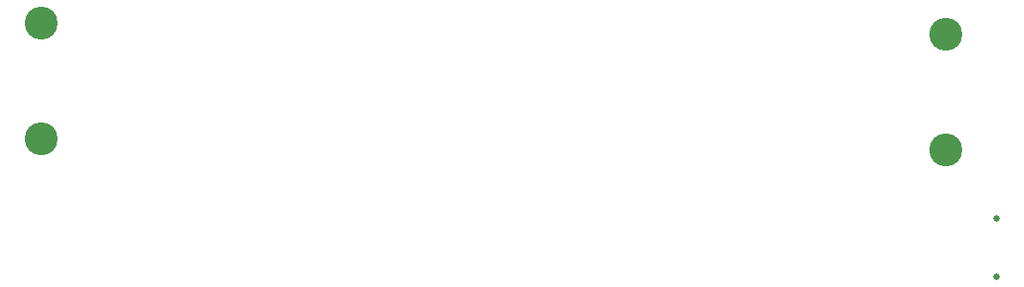
<source format=gbr>
%TF.GenerationSoftware,KiCad,Pcbnew,7.0.11+dfsg-1build4*%
%TF.CreationDate,2024-07-19T16:51:39+02:00*%
%TF.ProjectId,antmicro-poe-to-usbc-pd-adapter,616e746d-6963-4726-9f2d-706f652d746f,rev?*%
%TF.SameCoordinates,Original*%
%TF.FileFunction,NonPlated,1,4,NPTH,Drill*%
%TF.FilePolarity,Positive*%
%FSLAX46Y46*%
G04 Gerber Fmt 4.6, Leading zero omitted, Abs format (unit mm)*
G04 Created by KiCad (PCBNEW 7.0.11+dfsg-1build4) date 2024-07-19 16:51:39 commit  9a9195e *
%MOMM*%
%LPD*%
G01*
G04 APERTURE LIST*
%TA.AperFunction,ComponentDrill*%
%ADD10C,0.650000*%
%TD*%
%TA.AperFunction,ComponentDrill*%
%ADD11C,3.250000*%
%TD*%
G04 APERTURE END LIST*
D10*
%TO.C,J3*%
X233719000Y-153189000D03*
X233719000Y-158970000D03*
D11*
%TO.C,J1*%
X139534000Y-133903000D03*
X139534000Y-145332000D03*
%TO.C,J2*%
X228720000Y-134975000D03*
X228720000Y-146405000D03*
M02*

</source>
